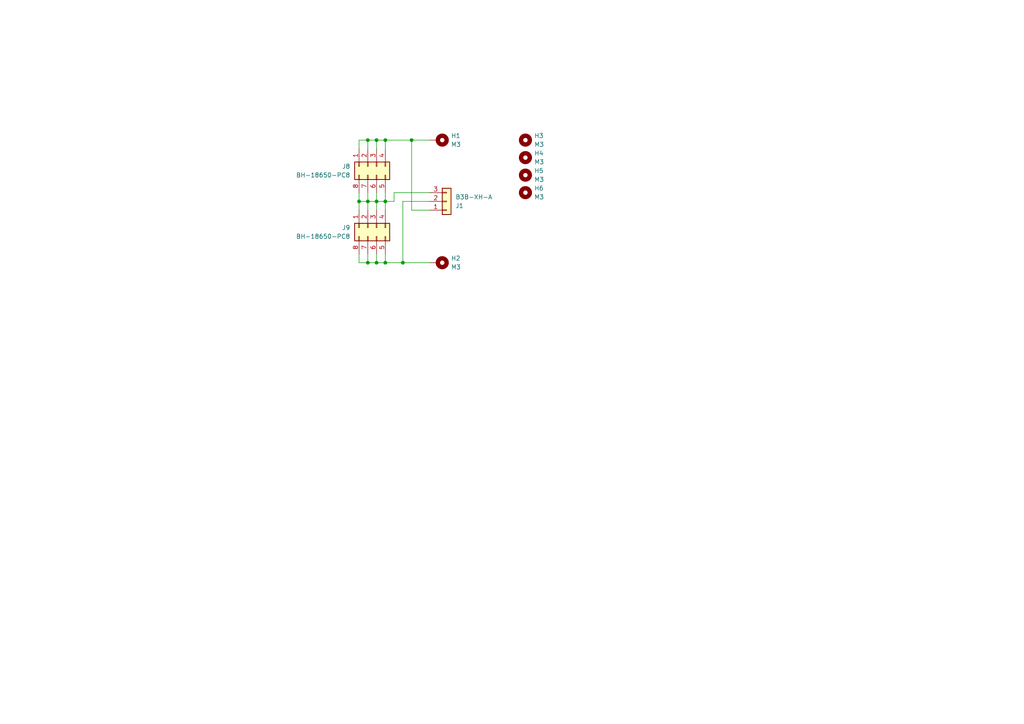
<source format=kicad_sch>
(kicad_sch (version 20231120) (generator "eeschema") (generator_version "8.0")
  (paper "A4")
  (title_block (title "Stackable holder for eight 18650 cells") (date "2019-01-30") (rev "1.0") (company "HAOS REDRO PN: 0000 0001") (comment 1 "https://www.haosredro.com") (comment 2 "Licensed under CERN OLH v.1.2 or later"))
  (lib_symbols
    (symbol "Connector_Generic:Conn_01x03" (pin_names (offset 1.016) hide)
      (property "Reference" "J" (at 0 5.08 0))
      (property "Value" "Conn_01x03" (at 0 -5.08 0))
      (symbol "Conn_01x03_1_1"
        (rectangle (start -1.27 -2.413) (end 0 -2.667) (stroke (width 0.1524)))
        (rectangle (start -1.27 0.127) (end 0 -0.127) (stroke (width 0.1524)))
        (rectangle (start -1.27 2.667) (end 0 2.413) (stroke (width 0.1524)))
        (rectangle (start -1.27 3.81) (end 1.27 -3.81) (stroke (width 0.254)) (fill (type background)))
        (pin passive line (at -5.08 2.54 0) (length 3.81) (name "Pin_1") (number "1"))
        (pin passive line (at -5.08 0 0) (length 3.81) (name "Pin_2") (number "2"))
        (pin passive line (at -5.08 -2.54 0) (length 3.81) (name "Pin_3") (number "3"))
      )
    )
    (symbol "Connector_Generic:Conn_02x04_Counter_Clockwise" (pin_names (offset 1.016) hide)
      (property "Reference" "J" (at 1.27 5.08 0))
      (property "Value" "Conn_02x04_Counter_Clockwise" (at 1.27 -7.62 0))
      (symbol "Conn_02x04_Counter_Clockwise_1_1"
        (rectangle (start -1.27 -4.953) (end 0 -5.207) (stroke (width 0.1524)))
        (rectangle (start -1.27 -2.413) (end 0 -2.667) (stroke (width 0.1524)))
        (rectangle (start -1.27 0.127) (end 0 -0.127) (stroke (width 0.1524)))
        (rectangle (start -1.27 2.667) (end 0 2.413) (stroke (width 0.1524)))
        (rectangle (start -1.27 3.81) (end 3.81 -6.35) (stroke (width 0.254)) (fill (type background)))
        (rectangle (start 3.81 -4.953) (end 2.54 -5.207) (stroke (width 0.1524)))
        (rectangle (start 3.81 -2.413) (end 2.54 -2.667) (stroke (width 0.1524)))
        (rectangle (start 3.81 0.127) (end 2.54 -0.127) (stroke (width 0.1524)))
        (rectangle (start 3.81 2.667) (end 2.54 2.413) (stroke (width 0.1524)))
        (pin passive line (at -5.08 2.54 0) (length 3.81) (name "Pin_1") (number "1"))
        (pin passive line (at -5.08 0 0) (length 3.81) (name "Pin_2") (number "2"))
        (pin passive line (at -5.08 -2.54 0) (length 3.81) (name "Pin_3") (number "3"))
        (pin passive line (at -5.08 -5.08 0) (length 3.81) (name "Pin_4") (number "4"))
        (pin passive line (at 7.62 -5.08 180) (length 3.81) (name "Pin_5") (number "5"))
        (pin passive line (at 7.62 -2.54 180) (length 3.81) (name "Pin_6") (number "6"))
        (pin passive line (at 7.62 0 180) (length 3.81) (name "Pin_7") (number "7"))
        (pin passive line (at 7.62 2.54 180) (length 3.81) (name "Pin_8") (number "8"))
      )
    )
    (symbol "Mechanical:MountingHole" (pin_names (offset 1.016)) (exclude_from_sim yes) (in_bom no)
      (property "Reference" "H" (at 0 5.08 0))
      (property "Value" "MountingHole" (at 0 3.175 0))
      (symbol "MountingHole_0_1"
        (circle (center 0 0) (radius 1.27) (stroke (width 1.27)))
      )
    )
    (symbol "Mechanical:MountingHole_Pad" (pin_numbers hide) (pin_names (offset 1.016) hide) (exclude_from_sim yes) (in_bom no)
      (property "Reference" "H" (at 0 6.35 0))
      (property "Value" "MountingHole_Pad" (at 0 4.445 0))
      (symbol "MountingHole_Pad_0_1"
        (circle (center 0 1.27) (radius 1.27) (stroke (width 1.27)))
      )
      (symbol "MountingHole_Pad_1_1"
        (pin input line (at 0 -2.54 90) (length 2.54) (name "1") (number "1"))
      )
    )
  )
  (junction (at 109.22 58.42))
  (junction (at 104.14 58.42))
  (junction (at 119.38 40.64))
  (junction (at 109.22 40.64))
  (junction (at 111.76 58.42))
  (junction (at 106.68 40.64))
  (junction (at 109.22 76.2))
  (junction (at 116.84 76.2))
  (junction (at 106.68 58.42))
  (junction (at 111.76 40.64))
  (junction (at 111.76 76.2))
  (junction (at 106.68 76.2))
  (wire (pts (xy 106.68 73.66) (xy 106.68 76.2)))
  (wire (pts (xy 104.14 55.88) (xy 104.14 58.42)))
  (wire (pts (xy 109.22 55.88) (xy 109.22 58.42)))
  (wire (pts (xy 114.3 55.88) (xy 114.3 58.42)))
  (wire (pts (xy 106.68 58.42) (xy 106.68 60.96)))
  (wire (pts (xy 104.14 73.66) (xy 104.14 76.2)))
  (wire (pts (xy 109.22 73.66) (xy 109.22 76.2)))
  (wire (pts (xy 104.14 40.64) (xy 106.68 40.64)))
  (wire (pts (xy 111.76 58.42) (xy 111.76 60.96)))
  (wire (pts (xy 106.68 55.88) (xy 106.68 58.42)))
  (wire (pts (xy 119.38 60.96) (xy 119.38 40.64)))
  (wire (pts (xy 111.76 76.2) (xy 111.76 73.66)))
  (wire (pts (xy 111.76 55.88) (xy 111.76 58.42)))
  (wire (pts (xy 104.14 58.42) (xy 104.14 60.96)))
  (wire (pts (xy 111.76 76.2) (xy 116.84 76.2)))
  (wire (pts (xy 109.22 76.2) (xy 111.76 76.2)))
  (wire (pts (xy 111.76 40.64) (xy 119.38 40.64)))
  (wire (pts (xy 106.68 40.64) (xy 109.22 40.64)))
  (wire (pts (xy 109.22 58.42) (xy 111.76 58.42)))
  (wire (pts (xy 104.14 58.42) (xy 106.68 58.42)))
  (wire (pts (xy 109.22 43.18) (xy 109.22 40.64)))
  (wire (pts (xy 116.84 76.2) (xy 124.46 76.2)))
  (wire (pts (xy 124.46 58.42) (xy 116.84 58.42)))
  (wire (pts (xy 106.68 43.18) (xy 106.68 40.64)))
  (wire (pts (xy 106.68 58.42) (xy 109.22 58.42)))
  (wire (pts (xy 106.68 76.2) (xy 109.22 76.2)))
  (wire (pts (xy 124.46 60.96) (xy 119.38 60.96)))
  (wire (pts (xy 111.76 40.64) (xy 111.76 43.18)))
  (wire (pts (xy 104.14 43.18) (xy 104.14 40.64)))
  (wire (pts (xy 124.46 55.88) (xy 114.3 55.88)))
  (wire (pts (xy 104.14 76.2) (xy 106.68 76.2)))
  (wire (pts (xy 109.22 40.64) (xy 111.76 40.64)))
  (wire (pts (xy 114.3 58.42) (xy 111.76 58.42)))
  (wire (pts (xy 116.84 58.42) (xy 116.84 76.2)))
  (wire (pts (xy 109.22 58.42) (xy 109.22 60.96)))
  (wire (pts (xy 119.38 40.64) (xy 124.46 40.64)))
  (symbol (lib_id "Connector_Generic:Conn_02x04_Counter_Clockwise") (at 106.68 48.26 90) (mirror x) (unit 1)
    (property "Reference" "J8" (at 101.6 48.26 90) (effects (justify left)))
    (property "Value" "BH-18650-PC8" (at 101.6 50.8 90) (effects (justify left)))
    (property "Footprint" "kicad-libs:BH-81650-PC8" (effects (hide yes)))
  )
  (symbol (lib_id "Connector_Generic:Conn_02x04_Counter_Clockwise") (at 106.68 66.04 90) (mirror x) (unit 1)
    (property "Reference" "J9" (at 101.6 66.04 90) (effects (justify left)))
    (property "Value" "BH-18650-PC8" (at 101.6 68.58 90) (effects (justify left)))
    (property "Footprint" "kicad-libs:BH-81650-PC8" (effects (hide yes)))
  )
  (symbol (lib_id "Mechanical:MountingHole") (at 152.4 45.72 0) (unit 1) (exclude_from_sim yes) (in_bom no)
    (property "Reference" "H4" (at 154.94 44.4499 0) (effects (justify left)))
    (property "Value" "M3" (at 154.94 46.9899 0) (effects (justify left)))
    (property "Footprint" "MountingHole:MountingHole_3.2mm_M3" (effects (hide yes)))
    (property "Description" "Mounting Hole without connection" (effects (hide yes)))
  )
  (symbol (lib_id "Mechanical:MountingHole_Pad") (at 127 76.2 270) (unit 1) (exclude_from_sim yes) (in_bom no)
    (property "Reference" "H2" (at 130.81 74.9299 90) (effects (justify left)))
    (property "Value" "M3" (at 130.81 77.4699 90) (effects (justify left)))
    (property "Footprint" "MountingHole:MountingHole_3.2mm_M3_Pad" (effects (hide yes)))
    (property "Description" "Mounting Hole with connection" (effects (hide yes)))
  )
  (symbol (lib_id "Mechanical:MountingHole") (at 152.4 40.64 0) (unit 1) (exclude_from_sim yes) (in_bom no)
    (property "Reference" "H3" (at 154.94 39.3699 0) (effects (justify left)))
    (property "Value" "M3" (at 154.94 41.9099 0) (effects (justify left)))
    (property "Footprint" "MountingHole:MountingHole_3.2mm_M3" (effects (hide yes)))
    (property "Description" "Mounting Hole without connection" (effects (hide yes)))
  )
  (symbol (lib_id "Mechanical:MountingHole_Pad") (at 127 40.64 270) (unit 1) (exclude_from_sim yes) (in_bom no)
    (property "Reference" "H1" (at 130.81 39.3699 90) (effects (justify left)))
    (property "Value" "M3" (at 130.81 41.9099 90) (effects (justify left)))
    (property "Footprint" "MountingHole:MountingHole_3.2mm_M3_Pad" (effects (hide yes)))
    (property "Description" "Mounting Hole with connection" (effects (hide yes)))
  )
  (symbol (lib_id "Mechanical:MountingHole") (at 152.4 50.8 0) (unit 1) (exclude_from_sim yes) (in_bom no)
    (property "Reference" "H5" (at 154.94 49.5299 0) (effects (justify left)))
    (property "Value" "M3" (at 154.94 52.0699 0) (effects (justify left)))
    (property "Footprint" "MountingHole:MountingHole_3.2mm_M3" (effects (hide yes)))
    (property "Description" "Mounting Hole without connection" (effects (hide yes)))
  )
  (symbol (lib_id "Mechanical:MountingHole") (at 152.4 55.88 0) (unit 1) (exclude_from_sim yes) (in_bom no)
    (property "Reference" "H6" (at 154.94 54.6099 0) (effects (justify left)))
    (property "Value" "M3" (at 154.94 57.1499 0) (effects (justify left)))
    (property "Footprint" "MountingHole:MountingHole_3.2mm_M3" (effects (hide yes)))
    (property "Description" "Mounting Hole without connection" (effects (hide yes)))
  )
  (symbol (lib_id "Connector_Generic:Conn_01x03") (at 129.54 58.42 0) (mirror x) (unit 1)
    (property "Reference" "J1" (at 132.08 59.6901 0) (effects (justify left)))
    (property "Value" "B3B-XH-A" (at 132.08 57.1501 0) (effects (justify left)))
    (property "Footprint" "Connector_JST:JST_XH_B3B-XH-AM_1x03_P2.50mm_Vertical" (effects (hide yes)))
    (property "Description" "Generic connector, single row, 01x03, script generated (kicad-library-utils/schlib/autogen/connector/)" (effects (hide yes)))
  )
)
</source>
